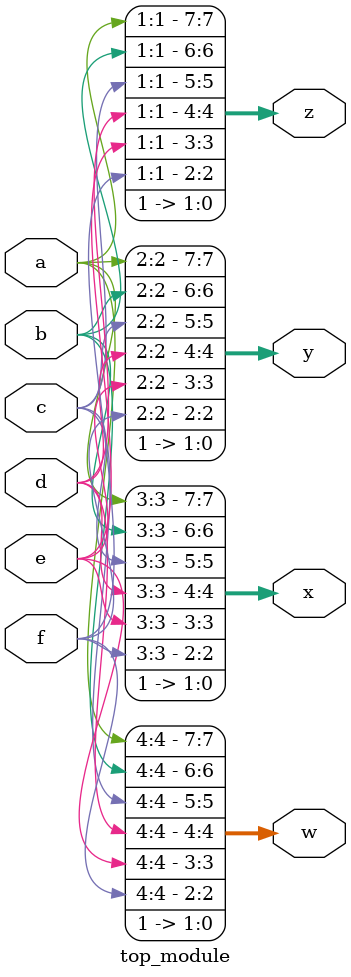
<source format=sv>
module top_module (
    input [4:0] a,
    input [4:0] b,
    input [4:0] c,
    input [4:0] d,
    input [4:0] e,
    input [4:0] f,
    output [7:0] w,
    output [7:0] x,
    output [7:0] y,
    output [7:0] z
);

  assign w = {a[4], b[4], c[4], d[4], e[4], f[4], 2'b11};
  assign x = {a[3], b[3], c[3], d[3], e[3], f[3], 2'b11};
  assign y = {a[2], b[2], c[2], d[2], e[2], f[2], 2'b11};
  assign z = {a[1], b[1], c[1], d[1], e[1], f[1], 2'b11};

endmodule

</source>
